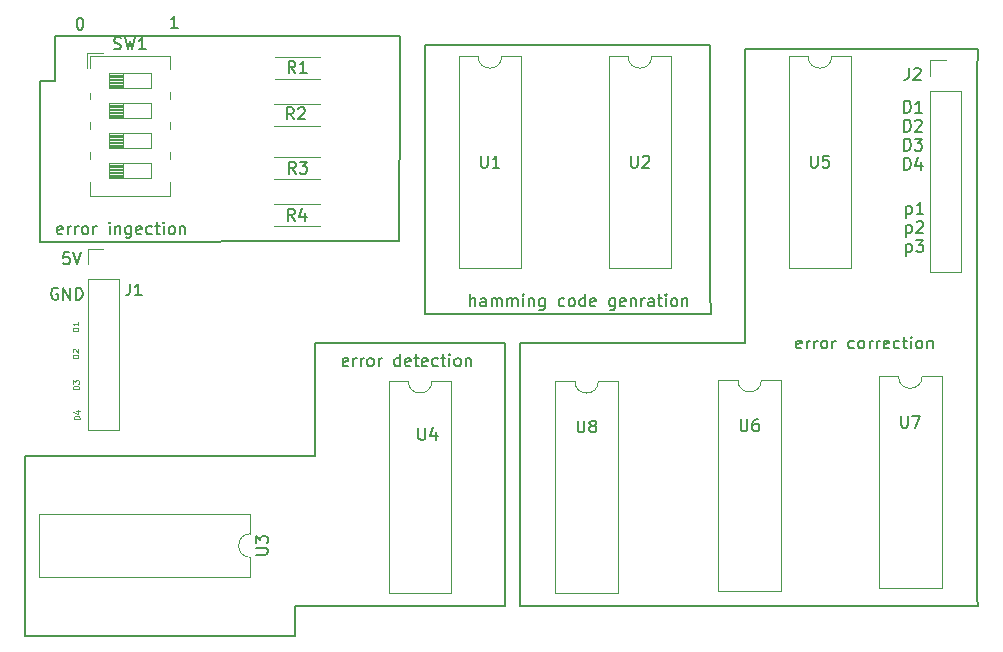
<source format=gbr>
%TF.GenerationSoftware,KiCad,Pcbnew,(6.0.7)*%
%TF.CreationDate,2022-12-18T15:12:13+02:00*%
%TF.ProjectId,hamming code,68616d6d-696e-4672-9063-6f64652e6b69,rev?*%
%TF.SameCoordinates,Original*%
%TF.FileFunction,Legend,Top*%
%TF.FilePolarity,Positive*%
%FSLAX46Y46*%
G04 Gerber Fmt 4.6, Leading zero omitted, Abs format (unit mm)*
G04 Created by KiCad (PCBNEW (6.0.7)) date 2022-12-18 15:12:13*
%MOMM*%
%LPD*%
G01*
G04 APERTURE LIST*
%ADD10C,0.150000*%
%ADD11C,0.100000*%
%ADD12C,0.120000*%
G04 APERTURE END LIST*
D10*
X52476400Y-107289600D02*
X52476400Y-116890800D01*
X50800000Y-132080000D02*
X27940000Y-132080000D01*
X68580000Y-107340000D02*
X52476400Y-107289600D01*
X88900000Y-107340000D02*
X69850000Y-107340000D01*
X108661200Y-82448400D02*
X108585000Y-84455000D01*
X27940000Y-132080000D02*
X27940000Y-119380000D01*
X108585000Y-128905000D02*
X108623100Y-129590800D01*
X30480000Y-81280000D02*
X59690000Y-81280000D01*
X27940000Y-119380000D02*
X27940000Y-116840000D01*
X68580000Y-127025000D02*
X68580000Y-107340000D01*
X61849000Y-102997000D02*
X61850000Y-104875000D01*
X69850000Y-128905000D02*
X69850000Y-129590800D01*
X61849000Y-82042000D02*
X61849000Y-102997000D01*
X107950000Y-82448400D02*
X108661200Y-82448400D01*
X50800000Y-129540000D02*
X50800000Y-132080000D01*
X61850000Y-104875000D02*
X86000000Y-104875000D01*
X29210000Y-85090000D02*
X29210000Y-98755200D01*
X88900000Y-82475000D02*
X88900000Y-107240000D01*
X85979000Y-82042000D02*
X61849000Y-82042000D01*
X30480000Y-85090000D02*
X29210000Y-85090000D01*
X69850000Y-107340000D02*
X69850000Y-127025000D01*
X52476400Y-116890800D02*
X50800000Y-116890800D01*
X85979000Y-102997000D02*
X85979000Y-82042000D01*
X30480000Y-81280000D02*
X30480000Y-85090000D01*
X59690000Y-81280000D02*
X59690000Y-85090000D01*
X68580000Y-127025000D02*
X68580000Y-129540000D01*
X69888100Y-129590800D02*
X108623100Y-129590800D01*
X59690000Y-85090000D02*
X59639200Y-98704400D01*
X69850000Y-127025000D02*
X69850000Y-128905000D01*
X108585000Y-128905000D02*
X108585000Y-84455000D01*
X107950000Y-82448400D02*
X88900000Y-82448400D01*
X68580000Y-129540000D02*
X50800000Y-129540000D01*
X85979000Y-102997000D02*
X86000000Y-104875000D01*
X27940000Y-116890800D02*
X50800000Y-116890800D01*
X59639200Y-98704400D02*
X29260800Y-98755200D01*
X40874914Y-80614780D02*
X40303485Y-80614780D01*
X40589200Y-80614780D02*
X40589200Y-79614780D01*
X40493961Y-79757638D01*
X40398723Y-79852876D01*
X40303485Y-79900495D01*
X93702857Y-107719761D02*
X93607619Y-107767380D01*
X93417142Y-107767380D01*
X93321904Y-107719761D01*
X93274285Y-107624523D01*
X93274285Y-107243571D01*
X93321904Y-107148333D01*
X93417142Y-107100714D01*
X93607619Y-107100714D01*
X93702857Y-107148333D01*
X93750476Y-107243571D01*
X93750476Y-107338809D01*
X93274285Y-107434047D01*
X94179047Y-107767380D02*
X94179047Y-107100714D01*
X94179047Y-107291190D02*
X94226666Y-107195952D01*
X94274285Y-107148333D01*
X94369523Y-107100714D01*
X94464761Y-107100714D01*
X94798095Y-107767380D02*
X94798095Y-107100714D01*
X94798095Y-107291190D02*
X94845714Y-107195952D01*
X94893333Y-107148333D01*
X94988571Y-107100714D01*
X95083809Y-107100714D01*
X95560000Y-107767380D02*
X95464761Y-107719761D01*
X95417142Y-107672142D01*
X95369523Y-107576904D01*
X95369523Y-107291190D01*
X95417142Y-107195952D01*
X95464761Y-107148333D01*
X95560000Y-107100714D01*
X95702857Y-107100714D01*
X95798095Y-107148333D01*
X95845714Y-107195952D01*
X95893333Y-107291190D01*
X95893333Y-107576904D01*
X95845714Y-107672142D01*
X95798095Y-107719761D01*
X95702857Y-107767380D01*
X95560000Y-107767380D01*
X96321904Y-107767380D02*
X96321904Y-107100714D01*
X96321904Y-107291190D02*
X96369523Y-107195952D01*
X96417142Y-107148333D01*
X96512380Y-107100714D01*
X96607619Y-107100714D01*
X98131428Y-107719761D02*
X98036190Y-107767380D01*
X97845714Y-107767380D01*
X97750476Y-107719761D01*
X97702857Y-107672142D01*
X97655238Y-107576904D01*
X97655238Y-107291190D01*
X97702857Y-107195952D01*
X97750476Y-107148333D01*
X97845714Y-107100714D01*
X98036190Y-107100714D01*
X98131428Y-107148333D01*
X98702857Y-107767380D02*
X98607619Y-107719761D01*
X98560000Y-107672142D01*
X98512380Y-107576904D01*
X98512380Y-107291190D01*
X98560000Y-107195952D01*
X98607619Y-107148333D01*
X98702857Y-107100714D01*
X98845714Y-107100714D01*
X98940952Y-107148333D01*
X98988571Y-107195952D01*
X99036190Y-107291190D01*
X99036190Y-107576904D01*
X98988571Y-107672142D01*
X98940952Y-107719761D01*
X98845714Y-107767380D01*
X98702857Y-107767380D01*
X99464761Y-107767380D02*
X99464761Y-107100714D01*
X99464761Y-107291190D02*
X99512380Y-107195952D01*
X99560000Y-107148333D01*
X99655238Y-107100714D01*
X99750476Y-107100714D01*
X100083809Y-107767380D02*
X100083809Y-107100714D01*
X100083809Y-107291190D02*
X100131428Y-107195952D01*
X100179047Y-107148333D01*
X100274285Y-107100714D01*
X100369523Y-107100714D01*
X101083809Y-107719761D02*
X100988571Y-107767380D01*
X100798095Y-107767380D01*
X100702857Y-107719761D01*
X100655238Y-107624523D01*
X100655238Y-107243571D01*
X100702857Y-107148333D01*
X100798095Y-107100714D01*
X100988571Y-107100714D01*
X101083809Y-107148333D01*
X101131428Y-107243571D01*
X101131428Y-107338809D01*
X100655238Y-107434047D01*
X101988571Y-107719761D02*
X101893333Y-107767380D01*
X101702857Y-107767380D01*
X101607619Y-107719761D01*
X101560000Y-107672142D01*
X101512380Y-107576904D01*
X101512380Y-107291190D01*
X101560000Y-107195952D01*
X101607619Y-107148333D01*
X101702857Y-107100714D01*
X101893333Y-107100714D01*
X101988571Y-107148333D01*
X102274285Y-107100714D02*
X102655238Y-107100714D01*
X102417142Y-106767380D02*
X102417142Y-107624523D01*
X102464761Y-107719761D01*
X102560000Y-107767380D01*
X102655238Y-107767380D01*
X102988571Y-107767380D02*
X102988571Y-107100714D01*
X102988571Y-106767380D02*
X102940952Y-106815000D01*
X102988571Y-106862619D01*
X103036190Y-106815000D01*
X102988571Y-106767380D01*
X102988571Y-106862619D01*
X103607619Y-107767380D02*
X103512380Y-107719761D01*
X103464761Y-107672142D01*
X103417142Y-107576904D01*
X103417142Y-107291190D01*
X103464761Y-107195952D01*
X103512380Y-107148333D01*
X103607619Y-107100714D01*
X103750476Y-107100714D01*
X103845714Y-107148333D01*
X103893333Y-107195952D01*
X103940952Y-107291190D01*
X103940952Y-107576904D01*
X103893333Y-107672142D01*
X103845714Y-107719761D01*
X103750476Y-107767380D01*
X103607619Y-107767380D01*
X104369523Y-107100714D02*
X104369523Y-107767380D01*
X104369523Y-107195952D02*
X104417142Y-107148333D01*
X104512380Y-107100714D01*
X104655238Y-107100714D01*
X104750476Y-107148333D01*
X104798095Y-107243571D01*
X104798095Y-107767380D01*
X102585923Y-95711714D02*
X102585923Y-96711714D01*
X102585923Y-95759333D02*
X102681161Y-95711714D01*
X102871638Y-95711714D01*
X102966876Y-95759333D01*
X103014495Y-95806952D01*
X103062114Y-95902190D01*
X103062114Y-96187904D01*
X103014495Y-96283142D01*
X102966876Y-96330761D01*
X102871638Y-96378380D01*
X102681161Y-96378380D01*
X102585923Y-96330761D01*
X104014495Y-96378380D02*
X103443066Y-96378380D01*
X103728780Y-96378380D02*
X103728780Y-95378380D01*
X103633542Y-95521238D01*
X103538304Y-95616476D01*
X103443066Y-95664095D01*
X102585923Y-97321714D02*
X102585923Y-98321714D01*
X102585923Y-97369333D02*
X102681161Y-97321714D01*
X102871638Y-97321714D01*
X102966876Y-97369333D01*
X103014495Y-97416952D01*
X103062114Y-97512190D01*
X103062114Y-97797904D01*
X103014495Y-97893142D01*
X102966876Y-97940761D01*
X102871638Y-97988380D01*
X102681161Y-97988380D01*
X102585923Y-97940761D01*
X103443066Y-97083619D02*
X103490685Y-97036000D01*
X103585923Y-96988380D01*
X103824019Y-96988380D01*
X103919257Y-97036000D01*
X103966876Y-97083619D01*
X104014495Y-97178857D01*
X104014495Y-97274095D01*
X103966876Y-97416952D01*
X103395447Y-97988380D01*
X104014495Y-97988380D01*
X102585923Y-98931714D02*
X102585923Y-99931714D01*
X102585923Y-98979333D02*
X102681161Y-98931714D01*
X102871638Y-98931714D01*
X102966876Y-98979333D01*
X103014495Y-99026952D01*
X103062114Y-99122190D01*
X103062114Y-99407904D01*
X103014495Y-99503142D01*
X102966876Y-99550761D01*
X102871638Y-99598380D01*
X102681161Y-99598380D01*
X102585923Y-99550761D01*
X103395447Y-98598380D02*
X104014495Y-98598380D01*
X103681161Y-98979333D01*
X103824019Y-98979333D01*
X103919257Y-99026952D01*
X103966876Y-99074571D01*
X104014495Y-99169809D01*
X104014495Y-99407904D01*
X103966876Y-99503142D01*
X103919257Y-99550761D01*
X103824019Y-99598380D01*
X103538304Y-99598380D01*
X103443066Y-99550761D01*
X103395447Y-99503142D01*
D11*
X32585790Y-113754647D02*
X32085790Y-113754647D01*
X32085790Y-113635600D01*
X32109600Y-113564171D01*
X32157219Y-113516552D01*
X32204838Y-113492742D01*
X32300076Y-113468933D01*
X32371504Y-113468933D01*
X32466742Y-113492742D01*
X32514361Y-113516552D01*
X32561980Y-113564171D01*
X32585790Y-113635600D01*
X32585790Y-113754647D01*
X32252457Y-113040361D02*
X32585790Y-113040361D01*
X32061980Y-113159409D02*
X32419123Y-113278457D01*
X32419123Y-112968933D01*
D10*
X55275790Y-109218361D02*
X55180552Y-109265980D01*
X54990076Y-109265980D01*
X54894838Y-109218361D01*
X54847219Y-109123123D01*
X54847219Y-108742171D01*
X54894838Y-108646933D01*
X54990076Y-108599314D01*
X55180552Y-108599314D01*
X55275790Y-108646933D01*
X55323409Y-108742171D01*
X55323409Y-108837409D01*
X54847219Y-108932647D01*
X55751980Y-109265980D02*
X55751980Y-108599314D01*
X55751980Y-108789790D02*
X55799600Y-108694552D01*
X55847219Y-108646933D01*
X55942457Y-108599314D01*
X56037695Y-108599314D01*
X56371028Y-109265980D02*
X56371028Y-108599314D01*
X56371028Y-108789790D02*
X56418647Y-108694552D01*
X56466266Y-108646933D01*
X56561504Y-108599314D01*
X56656742Y-108599314D01*
X57132933Y-109265980D02*
X57037695Y-109218361D01*
X56990076Y-109170742D01*
X56942457Y-109075504D01*
X56942457Y-108789790D01*
X56990076Y-108694552D01*
X57037695Y-108646933D01*
X57132933Y-108599314D01*
X57275790Y-108599314D01*
X57371028Y-108646933D01*
X57418647Y-108694552D01*
X57466266Y-108789790D01*
X57466266Y-109075504D01*
X57418647Y-109170742D01*
X57371028Y-109218361D01*
X57275790Y-109265980D01*
X57132933Y-109265980D01*
X57894838Y-109265980D02*
X57894838Y-108599314D01*
X57894838Y-108789790D02*
X57942457Y-108694552D01*
X57990076Y-108646933D01*
X58085314Y-108599314D01*
X58180552Y-108599314D01*
X59704361Y-109265980D02*
X59704361Y-108265980D01*
X59704361Y-109218361D02*
X59609123Y-109265980D01*
X59418647Y-109265980D01*
X59323409Y-109218361D01*
X59275790Y-109170742D01*
X59228171Y-109075504D01*
X59228171Y-108789790D01*
X59275790Y-108694552D01*
X59323409Y-108646933D01*
X59418647Y-108599314D01*
X59609123Y-108599314D01*
X59704361Y-108646933D01*
X60561504Y-109218361D02*
X60466266Y-109265980D01*
X60275790Y-109265980D01*
X60180552Y-109218361D01*
X60132933Y-109123123D01*
X60132933Y-108742171D01*
X60180552Y-108646933D01*
X60275790Y-108599314D01*
X60466266Y-108599314D01*
X60561504Y-108646933D01*
X60609123Y-108742171D01*
X60609123Y-108837409D01*
X60132933Y-108932647D01*
X60894838Y-108599314D02*
X61275790Y-108599314D01*
X61037695Y-108265980D02*
X61037695Y-109123123D01*
X61085314Y-109218361D01*
X61180552Y-109265980D01*
X61275790Y-109265980D01*
X61990076Y-109218361D02*
X61894838Y-109265980D01*
X61704361Y-109265980D01*
X61609123Y-109218361D01*
X61561504Y-109123123D01*
X61561504Y-108742171D01*
X61609123Y-108646933D01*
X61704361Y-108599314D01*
X61894838Y-108599314D01*
X61990076Y-108646933D01*
X62037695Y-108742171D01*
X62037695Y-108837409D01*
X61561504Y-108932647D01*
X62894838Y-109218361D02*
X62799600Y-109265980D01*
X62609123Y-109265980D01*
X62513885Y-109218361D01*
X62466266Y-109170742D01*
X62418647Y-109075504D01*
X62418647Y-108789790D01*
X62466266Y-108694552D01*
X62513885Y-108646933D01*
X62609123Y-108599314D01*
X62799600Y-108599314D01*
X62894838Y-108646933D01*
X63180552Y-108599314D02*
X63561504Y-108599314D01*
X63323409Y-108265980D02*
X63323409Y-109123123D01*
X63371028Y-109218361D01*
X63466266Y-109265980D01*
X63561504Y-109265980D01*
X63894838Y-109265980D02*
X63894838Y-108599314D01*
X63894838Y-108265980D02*
X63847219Y-108313600D01*
X63894838Y-108361219D01*
X63942457Y-108313600D01*
X63894838Y-108265980D01*
X63894838Y-108361219D01*
X64513885Y-109265980D02*
X64418647Y-109218361D01*
X64371028Y-109170742D01*
X64323409Y-109075504D01*
X64323409Y-108789790D01*
X64371028Y-108694552D01*
X64418647Y-108646933D01*
X64513885Y-108599314D01*
X64656742Y-108599314D01*
X64751980Y-108646933D01*
X64799600Y-108694552D01*
X64847219Y-108789790D01*
X64847219Y-109075504D01*
X64799600Y-109170742D01*
X64751980Y-109218361D01*
X64656742Y-109265980D01*
X64513885Y-109265980D01*
X65275790Y-108599314D02*
X65275790Y-109265980D01*
X65275790Y-108694552D02*
X65323409Y-108646933D01*
X65418647Y-108599314D01*
X65561504Y-108599314D01*
X65656742Y-108646933D01*
X65704361Y-108742171D01*
X65704361Y-109265980D01*
X102385904Y-87800980D02*
X102385904Y-86800980D01*
X102624000Y-86800980D01*
X102766857Y-86848600D01*
X102862095Y-86943838D01*
X102909714Y-87039076D01*
X102957333Y-87229552D01*
X102957333Y-87372409D01*
X102909714Y-87562885D01*
X102862095Y-87658123D01*
X102766857Y-87753361D01*
X102624000Y-87800980D01*
X102385904Y-87800980D01*
X103909714Y-87800980D02*
X103338285Y-87800980D01*
X103624000Y-87800980D02*
X103624000Y-86800980D01*
X103528761Y-86943838D01*
X103433523Y-87039076D01*
X103338285Y-87086695D01*
X102385904Y-89410980D02*
X102385904Y-88410980D01*
X102624000Y-88410980D01*
X102766857Y-88458600D01*
X102862095Y-88553838D01*
X102909714Y-88649076D01*
X102957333Y-88839552D01*
X102957333Y-88982409D01*
X102909714Y-89172885D01*
X102862095Y-89268123D01*
X102766857Y-89363361D01*
X102624000Y-89410980D01*
X102385904Y-89410980D01*
X103338285Y-88506219D02*
X103385904Y-88458600D01*
X103481142Y-88410980D01*
X103719238Y-88410980D01*
X103814476Y-88458600D01*
X103862095Y-88506219D01*
X103909714Y-88601457D01*
X103909714Y-88696695D01*
X103862095Y-88839552D01*
X103290666Y-89410980D01*
X103909714Y-89410980D01*
X102385904Y-91020980D02*
X102385904Y-90020980D01*
X102624000Y-90020980D01*
X102766857Y-90068600D01*
X102862095Y-90163838D01*
X102909714Y-90259076D01*
X102957333Y-90449552D01*
X102957333Y-90592409D01*
X102909714Y-90782885D01*
X102862095Y-90878123D01*
X102766857Y-90973361D01*
X102624000Y-91020980D01*
X102385904Y-91020980D01*
X103290666Y-90020980D02*
X103909714Y-90020980D01*
X103576380Y-90401933D01*
X103719238Y-90401933D01*
X103814476Y-90449552D01*
X103862095Y-90497171D01*
X103909714Y-90592409D01*
X103909714Y-90830504D01*
X103862095Y-90925742D01*
X103814476Y-90973361D01*
X103719238Y-91020980D01*
X103433523Y-91020980D01*
X103338285Y-90973361D01*
X103290666Y-90925742D01*
X102385904Y-92630980D02*
X102385904Y-91630980D01*
X102624000Y-91630980D01*
X102766857Y-91678600D01*
X102862095Y-91773838D01*
X102909714Y-91869076D01*
X102957333Y-92059552D01*
X102957333Y-92202409D01*
X102909714Y-92392885D01*
X102862095Y-92488123D01*
X102766857Y-92583361D01*
X102624000Y-92630980D01*
X102385904Y-92630980D01*
X103814476Y-91964314D02*
X103814476Y-92630980D01*
X103576380Y-91583361D02*
X103338285Y-92297647D01*
X103957333Y-92297647D01*
X65659523Y-104202380D02*
X65659523Y-103202380D01*
X66088095Y-104202380D02*
X66088095Y-103678571D01*
X66040476Y-103583333D01*
X65945238Y-103535714D01*
X65802380Y-103535714D01*
X65707142Y-103583333D01*
X65659523Y-103630952D01*
X66992857Y-104202380D02*
X66992857Y-103678571D01*
X66945238Y-103583333D01*
X66849999Y-103535714D01*
X66659523Y-103535714D01*
X66564285Y-103583333D01*
X66992857Y-104154761D02*
X66897619Y-104202380D01*
X66659523Y-104202380D01*
X66564285Y-104154761D01*
X66516666Y-104059523D01*
X66516666Y-103964285D01*
X66564285Y-103869047D01*
X66659523Y-103821428D01*
X66897619Y-103821428D01*
X66992857Y-103773809D01*
X67469047Y-104202380D02*
X67469047Y-103535714D01*
X67469047Y-103630952D02*
X67516666Y-103583333D01*
X67611904Y-103535714D01*
X67754761Y-103535714D01*
X67850000Y-103583333D01*
X67897619Y-103678571D01*
X67897619Y-104202380D01*
X67897619Y-103678571D02*
X67945238Y-103583333D01*
X68040476Y-103535714D01*
X68183333Y-103535714D01*
X68278571Y-103583333D01*
X68326190Y-103678571D01*
X68326190Y-104202380D01*
X68802380Y-104202380D02*
X68802380Y-103535714D01*
X68802380Y-103630952D02*
X68850000Y-103583333D01*
X68945238Y-103535714D01*
X69088095Y-103535714D01*
X69183333Y-103583333D01*
X69230952Y-103678571D01*
X69230952Y-104202380D01*
X69230952Y-103678571D02*
X69278571Y-103583333D01*
X69373809Y-103535714D01*
X69516666Y-103535714D01*
X69611904Y-103583333D01*
X69659523Y-103678571D01*
X69659523Y-104202380D01*
X70135714Y-104202380D02*
X70135714Y-103535714D01*
X70135714Y-103202380D02*
X70088095Y-103250000D01*
X70135714Y-103297619D01*
X70183333Y-103250000D01*
X70135714Y-103202380D01*
X70135714Y-103297619D01*
X70611904Y-103535714D02*
X70611904Y-104202380D01*
X70611904Y-103630952D02*
X70659523Y-103583333D01*
X70754761Y-103535714D01*
X70897619Y-103535714D01*
X70992857Y-103583333D01*
X71040476Y-103678571D01*
X71040476Y-104202380D01*
X71945238Y-103535714D02*
X71945238Y-104345238D01*
X71897619Y-104440476D01*
X71850000Y-104488095D01*
X71754761Y-104535714D01*
X71611904Y-104535714D01*
X71516666Y-104488095D01*
X71945238Y-104154761D02*
X71850000Y-104202380D01*
X71659523Y-104202380D01*
X71564285Y-104154761D01*
X71516666Y-104107142D01*
X71469047Y-104011904D01*
X71469047Y-103726190D01*
X71516666Y-103630952D01*
X71564285Y-103583333D01*
X71659523Y-103535714D01*
X71850000Y-103535714D01*
X71945238Y-103583333D01*
X73611904Y-104154761D02*
X73516666Y-104202380D01*
X73326190Y-104202380D01*
X73230952Y-104154761D01*
X73183333Y-104107142D01*
X73135714Y-104011904D01*
X73135714Y-103726190D01*
X73183333Y-103630952D01*
X73230952Y-103583333D01*
X73326190Y-103535714D01*
X73516666Y-103535714D01*
X73611904Y-103583333D01*
X74183333Y-104202380D02*
X74088095Y-104154761D01*
X74040476Y-104107142D01*
X73992857Y-104011904D01*
X73992857Y-103726190D01*
X74040476Y-103630952D01*
X74088095Y-103583333D01*
X74183333Y-103535714D01*
X74326190Y-103535714D01*
X74421428Y-103583333D01*
X74469047Y-103630952D01*
X74516666Y-103726190D01*
X74516666Y-104011904D01*
X74469047Y-104107142D01*
X74421428Y-104154761D01*
X74326190Y-104202380D01*
X74183333Y-104202380D01*
X75373809Y-104202380D02*
X75373809Y-103202380D01*
X75373809Y-104154761D02*
X75278571Y-104202380D01*
X75088095Y-104202380D01*
X74992857Y-104154761D01*
X74945238Y-104107142D01*
X74897619Y-104011904D01*
X74897619Y-103726190D01*
X74945238Y-103630952D01*
X74992857Y-103583333D01*
X75088095Y-103535714D01*
X75278571Y-103535714D01*
X75373809Y-103583333D01*
X76230952Y-104154761D02*
X76135714Y-104202380D01*
X75945238Y-104202380D01*
X75850000Y-104154761D01*
X75802380Y-104059523D01*
X75802380Y-103678571D01*
X75850000Y-103583333D01*
X75945238Y-103535714D01*
X76135714Y-103535714D01*
X76230952Y-103583333D01*
X76278571Y-103678571D01*
X76278571Y-103773809D01*
X75802380Y-103869047D01*
X77897619Y-103535714D02*
X77897619Y-104345238D01*
X77850000Y-104440476D01*
X77802380Y-104488095D01*
X77707142Y-104535714D01*
X77564285Y-104535714D01*
X77469047Y-104488095D01*
X77897619Y-104154761D02*
X77802380Y-104202380D01*
X77611904Y-104202380D01*
X77516666Y-104154761D01*
X77469047Y-104107142D01*
X77421428Y-104011904D01*
X77421428Y-103726190D01*
X77469047Y-103630952D01*
X77516666Y-103583333D01*
X77611904Y-103535714D01*
X77802380Y-103535714D01*
X77897619Y-103583333D01*
X78754761Y-104154761D02*
X78659523Y-104202380D01*
X78469047Y-104202380D01*
X78373809Y-104154761D01*
X78326190Y-104059523D01*
X78326190Y-103678571D01*
X78373809Y-103583333D01*
X78469047Y-103535714D01*
X78659523Y-103535714D01*
X78754761Y-103583333D01*
X78802380Y-103678571D01*
X78802380Y-103773809D01*
X78326190Y-103869047D01*
X79230952Y-103535714D02*
X79230952Y-104202380D01*
X79230952Y-103630952D02*
X79278571Y-103583333D01*
X79373809Y-103535714D01*
X79516666Y-103535714D01*
X79611904Y-103583333D01*
X79659523Y-103678571D01*
X79659523Y-104202380D01*
X80135714Y-104202380D02*
X80135714Y-103535714D01*
X80135714Y-103726190D02*
X80183333Y-103630952D01*
X80230952Y-103583333D01*
X80326190Y-103535714D01*
X80421428Y-103535714D01*
X81183333Y-104202380D02*
X81183333Y-103678571D01*
X81135714Y-103583333D01*
X81040476Y-103535714D01*
X80850000Y-103535714D01*
X80754761Y-103583333D01*
X81183333Y-104154761D02*
X81088095Y-104202380D01*
X80850000Y-104202380D01*
X80754761Y-104154761D01*
X80707142Y-104059523D01*
X80707142Y-103964285D01*
X80754761Y-103869047D01*
X80850000Y-103821428D01*
X81088095Y-103821428D01*
X81183333Y-103773809D01*
X81516666Y-103535714D02*
X81897619Y-103535714D01*
X81659523Y-103202380D02*
X81659523Y-104059523D01*
X81707142Y-104154761D01*
X81802380Y-104202380D01*
X81897619Y-104202380D01*
X82230952Y-104202380D02*
X82230952Y-103535714D01*
X82230952Y-103202380D02*
X82183333Y-103250000D01*
X82230952Y-103297619D01*
X82278571Y-103250000D01*
X82230952Y-103202380D01*
X82230952Y-103297619D01*
X82850000Y-104202380D02*
X82754761Y-104154761D01*
X82707142Y-104107142D01*
X82659523Y-104011904D01*
X82659523Y-103726190D01*
X82707142Y-103630952D01*
X82754761Y-103583333D01*
X82850000Y-103535714D01*
X82992857Y-103535714D01*
X83088095Y-103583333D01*
X83135714Y-103630952D01*
X83183333Y-103726190D01*
X83183333Y-104011904D01*
X83135714Y-104107142D01*
X83088095Y-104154761D01*
X82992857Y-104202380D01*
X82850000Y-104202380D01*
X83611904Y-103535714D02*
X83611904Y-104202380D01*
X83611904Y-103630952D02*
X83659523Y-103583333D01*
X83754761Y-103535714D01*
X83897619Y-103535714D01*
X83992857Y-103583333D01*
X84040476Y-103678571D01*
X84040476Y-104202380D01*
X32565980Y-79767180D02*
X32661219Y-79767180D01*
X32756457Y-79814800D01*
X32804076Y-79862419D01*
X32851695Y-79957657D01*
X32899314Y-80148133D01*
X32899314Y-80386228D01*
X32851695Y-80576704D01*
X32804076Y-80671942D01*
X32756457Y-80719561D01*
X32661219Y-80767180D01*
X32565980Y-80767180D01*
X32470742Y-80719561D01*
X32423123Y-80671942D01*
X32375504Y-80576704D01*
X32327885Y-80386228D01*
X32327885Y-80148133D01*
X32375504Y-79957657D01*
X32423123Y-79862419D01*
X32470742Y-79814800D01*
X32565980Y-79767180D01*
D11*
X32484190Y-108573047D02*
X31984190Y-108573047D01*
X31984190Y-108454000D01*
X32008000Y-108382571D01*
X32055619Y-108334952D01*
X32103238Y-108311142D01*
X32198476Y-108287333D01*
X32269904Y-108287333D01*
X32365142Y-108311142D01*
X32412761Y-108334952D01*
X32460380Y-108382571D01*
X32484190Y-108454000D01*
X32484190Y-108573047D01*
X32031809Y-108096857D02*
X32008000Y-108073047D01*
X31984190Y-108025428D01*
X31984190Y-107906380D01*
X32008000Y-107858761D01*
X32031809Y-107834952D01*
X32079428Y-107811142D01*
X32127047Y-107811142D01*
X32198476Y-107834952D01*
X32484190Y-108120666D01*
X32484190Y-107811142D01*
X32534990Y-111214647D02*
X32034990Y-111214647D01*
X32034990Y-111095600D01*
X32058800Y-111024171D01*
X32106419Y-110976552D01*
X32154038Y-110952742D01*
X32249276Y-110928933D01*
X32320704Y-110928933D01*
X32415942Y-110952742D01*
X32463561Y-110976552D01*
X32511180Y-111024171D01*
X32534990Y-111095600D01*
X32534990Y-111214647D01*
X32034990Y-110762266D02*
X32034990Y-110452742D01*
X32225466Y-110619409D01*
X32225466Y-110547980D01*
X32249276Y-110500361D01*
X32273085Y-110476552D01*
X32320704Y-110452742D01*
X32439752Y-110452742D01*
X32487371Y-110476552D01*
X32511180Y-110500361D01*
X32534990Y-110547980D01*
X32534990Y-110690838D01*
X32511180Y-110738457D01*
X32487371Y-110762266D01*
D10*
X31118800Y-98042361D02*
X31023561Y-98089980D01*
X30833085Y-98089980D01*
X30737847Y-98042361D01*
X30690228Y-97947123D01*
X30690228Y-97566171D01*
X30737847Y-97470933D01*
X30833085Y-97423314D01*
X31023561Y-97423314D01*
X31118800Y-97470933D01*
X31166419Y-97566171D01*
X31166419Y-97661409D01*
X30690228Y-97756647D01*
X31594990Y-98089980D02*
X31594990Y-97423314D01*
X31594990Y-97613790D02*
X31642609Y-97518552D01*
X31690228Y-97470933D01*
X31785466Y-97423314D01*
X31880704Y-97423314D01*
X32214038Y-98089980D02*
X32214038Y-97423314D01*
X32214038Y-97613790D02*
X32261657Y-97518552D01*
X32309276Y-97470933D01*
X32404514Y-97423314D01*
X32499752Y-97423314D01*
X32975942Y-98089980D02*
X32880704Y-98042361D01*
X32833085Y-97994742D01*
X32785466Y-97899504D01*
X32785466Y-97613790D01*
X32833085Y-97518552D01*
X32880704Y-97470933D01*
X32975942Y-97423314D01*
X33118800Y-97423314D01*
X33214038Y-97470933D01*
X33261657Y-97518552D01*
X33309276Y-97613790D01*
X33309276Y-97899504D01*
X33261657Y-97994742D01*
X33214038Y-98042361D01*
X33118800Y-98089980D01*
X32975942Y-98089980D01*
X33737847Y-98089980D02*
X33737847Y-97423314D01*
X33737847Y-97613790D02*
X33785466Y-97518552D01*
X33833085Y-97470933D01*
X33928323Y-97423314D01*
X34023561Y-97423314D01*
X35118800Y-98089980D02*
X35118800Y-97423314D01*
X35118800Y-97089980D02*
X35071180Y-97137600D01*
X35118800Y-97185219D01*
X35166419Y-97137600D01*
X35118800Y-97089980D01*
X35118800Y-97185219D01*
X35594990Y-97423314D02*
X35594990Y-98089980D01*
X35594990Y-97518552D02*
X35642609Y-97470933D01*
X35737847Y-97423314D01*
X35880704Y-97423314D01*
X35975942Y-97470933D01*
X36023561Y-97566171D01*
X36023561Y-98089980D01*
X36928323Y-97423314D02*
X36928323Y-98232838D01*
X36880704Y-98328076D01*
X36833085Y-98375695D01*
X36737847Y-98423314D01*
X36594990Y-98423314D01*
X36499752Y-98375695D01*
X36928323Y-98042361D02*
X36833085Y-98089980D01*
X36642609Y-98089980D01*
X36547371Y-98042361D01*
X36499752Y-97994742D01*
X36452133Y-97899504D01*
X36452133Y-97613790D01*
X36499752Y-97518552D01*
X36547371Y-97470933D01*
X36642609Y-97423314D01*
X36833085Y-97423314D01*
X36928323Y-97470933D01*
X37785466Y-98042361D02*
X37690228Y-98089980D01*
X37499752Y-98089980D01*
X37404514Y-98042361D01*
X37356895Y-97947123D01*
X37356895Y-97566171D01*
X37404514Y-97470933D01*
X37499752Y-97423314D01*
X37690228Y-97423314D01*
X37785466Y-97470933D01*
X37833085Y-97566171D01*
X37833085Y-97661409D01*
X37356895Y-97756647D01*
X38690228Y-98042361D02*
X38594990Y-98089980D01*
X38404514Y-98089980D01*
X38309276Y-98042361D01*
X38261657Y-97994742D01*
X38214038Y-97899504D01*
X38214038Y-97613790D01*
X38261657Y-97518552D01*
X38309276Y-97470933D01*
X38404514Y-97423314D01*
X38594990Y-97423314D01*
X38690228Y-97470933D01*
X38975942Y-97423314D02*
X39356895Y-97423314D01*
X39118800Y-97089980D02*
X39118800Y-97947123D01*
X39166419Y-98042361D01*
X39261657Y-98089980D01*
X39356895Y-98089980D01*
X39690228Y-98089980D02*
X39690228Y-97423314D01*
X39690228Y-97089980D02*
X39642609Y-97137600D01*
X39690228Y-97185219D01*
X39737847Y-97137600D01*
X39690228Y-97089980D01*
X39690228Y-97185219D01*
X40309276Y-98089980D02*
X40214038Y-98042361D01*
X40166419Y-97994742D01*
X40118800Y-97899504D01*
X40118800Y-97613790D01*
X40166419Y-97518552D01*
X40214038Y-97470933D01*
X40309276Y-97423314D01*
X40452133Y-97423314D01*
X40547371Y-97470933D01*
X40594990Y-97518552D01*
X40642609Y-97613790D01*
X40642609Y-97899504D01*
X40594990Y-97994742D01*
X40547371Y-98042361D01*
X40452133Y-98089980D01*
X40309276Y-98089980D01*
X41071180Y-97423314D02*
X41071180Y-98089980D01*
X41071180Y-97518552D02*
X41118800Y-97470933D01*
X41214038Y-97423314D01*
X41356895Y-97423314D01*
X41452133Y-97470933D01*
X41499752Y-97566171D01*
X41499752Y-98089980D01*
D11*
X32484190Y-106287047D02*
X31984190Y-106287047D01*
X31984190Y-106168000D01*
X32008000Y-106096571D01*
X32055619Y-106048952D01*
X32103238Y-106025142D01*
X32198476Y-106001333D01*
X32269904Y-106001333D01*
X32365142Y-106025142D01*
X32412761Y-106048952D01*
X32460380Y-106096571D01*
X32484190Y-106168000D01*
X32484190Y-106287047D01*
X32484190Y-105525142D02*
X32484190Y-105810857D01*
X32484190Y-105668000D02*
X31984190Y-105668000D01*
X32055619Y-105715619D01*
X32103238Y-105763238D01*
X32127047Y-105810857D01*
D10*
X30734095Y-102674800D02*
X30638857Y-102627180D01*
X30496000Y-102627180D01*
X30353142Y-102674800D01*
X30257904Y-102770038D01*
X30210285Y-102865276D01*
X30162666Y-103055752D01*
X30162666Y-103198609D01*
X30210285Y-103389085D01*
X30257904Y-103484323D01*
X30353142Y-103579561D01*
X30496000Y-103627180D01*
X30591238Y-103627180D01*
X30734095Y-103579561D01*
X30781714Y-103531942D01*
X30781714Y-103198609D01*
X30591238Y-103198609D01*
X31210285Y-103627180D02*
X31210285Y-102627180D01*
X31781714Y-103627180D01*
X31781714Y-102627180D01*
X32257904Y-103627180D02*
X32257904Y-102627180D01*
X32496000Y-102627180D01*
X32638857Y-102674800D01*
X32734095Y-102770038D01*
X32781714Y-102865276D01*
X32829333Y-103055752D01*
X32829333Y-103198609D01*
X32781714Y-103389085D01*
X32734095Y-103484323D01*
X32638857Y-103579561D01*
X32496000Y-103627180D01*
X32257904Y-103627180D01*
X31711923Y-99629980D02*
X31235733Y-99629980D01*
X31188114Y-100106171D01*
X31235733Y-100058552D01*
X31330971Y-100010933D01*
X31569066Y-100010933D01*
X31664304Y-100058552D01*
X31711923Y-100106171D01*
X31759542Y-100201409D01*
X31759542Y-100439504D01*
X31711923Y-100534742D01*
X31664304Y-100582361D01*
X31569066Y-100629980D01*
X31330971Y-100629980D01*
X31235733Y-100582361D01*
X31188114Y-100534742D01*
X32045257Y-99629980D02*
X32378590Y-100629980D01*
X32711923Y-99629980D01*
%TO.C,U8*%
X74748095Y-113872380D02*
X74748095Y-114681904D01*
X74795714Y-114777142D01*
X74843333Y-114824761D01*
X74938571Y-114872380D01*
X75129047Y-114872380D01*
X75224285Y-114824761D01*
X75271904Y-114777142D01*
X75319523Y-114681904D01*
X75319523Y-113872380D01*
X75938571Y-114300952D02*
X75843333Y-114253333D01*
X75795714Y-114205714D01*
X75748095Y-114110476D01*
X75748095Y-114062857D01*
X75795714Y-113967619D01*
X75843333Y-113920000D01*
X75938571Y-113872380D01*
X76129047Y-113872380D01*
X76224285Y-113920000D01*
X76271904Y-113967619D01*
X76319523Y-114062857D01*
X76319523Y-114110476D01*
X76271904Y-114205714D01*
X76224285Y-114253333D01*
X76129047Y-114300952D01*
X75938571Y-114300952D01*
X75843333Y-114348571D01*
X75795714Y-114396190D01*
X75748095Y-114491428D01*
X75748095Y-114681904D01*
X75795714Y-114777142D01*
X75843333Y-114824761D01*
X75938571Y-114872380D01*
X76129047Y-114872380D01*
X76224285Y-114824761D01*
X76271904Y-114777142D01*
X76319523Y-114681904D01*
X76319523Y-114491428D01*
X76271904Y-114396190D01*
X76224285Y-114348571D01*
X76129047Y-114300952D01*
%TO.C,J2*%
X102790666Y-84034380D02*
X102790666Y-84748666D01*
X102743047Y-84891523D01*
X102647809Y-84986761D01*
X102504952Y-85034380D01*
X102409714Y-85034380D01*
X103219238Y-84129619D02*
X103266857Y-84082000D01*
X103362095Y-84034380D01*
X103600190Y-84034380D01*
X103695428Y-84082000D01*
X103743047Y-84129619D01*
X103790666Y-84224857D01*
X103790666Y-84320095D01*
X103743047Y-84462952D01*
X103171619Y-85034380D01*
X103790666Y-85034380D01*
%TO.C,U5*%
X94488095Y-91452380D02*
X94488095Y-92261904D01*
X94535714Y-92357142D01*
X94583333Y-92404761D01*
X94678571Y-92452380D01*
X94869047Y-92452380D01*
X94964285Y-92404761D01*
X95011904Y-92357142D01*
X95059523Y-92261904D01*
X95059523Y-91452380D01*
X96011904Y-91452380D02*
X95535714Y-91452380D01*
X95488095Y-91928571D01*
X95535714Y-91880952D01*
X95630952Y-91833333D01*
X95869047Y-91833333D01*
X95964285Y-91880952D01*
X96011904Y-91928571D01*
X96059523Y-92023809D01*
X96059523Y-92261904D01*
X96011904Y-92357142D01*
X95964285Y-92404761D01*
X95869047Y-92452380D01*
X95630952Y-92452380D01*
X95535714Y-92404761D01*
X95488095Y-92357142D01*
%TO.C,R1*%
X50843333Y-84432380D02*
X50510000Y-83956190D01*
X50271904Y-84432380D02*
X50271904Y-83432380D01*
X50652857Y-83432380D01*
X50748095Y-83480000D01*
X50795714Y-83527619D01*
X50843333Y-83622857D01*
X50843333Y-83765714D01*
X50795714Y-83860952D01*
X50748095Y-83908571D01*
X50652857Y-83956190D01*
X50271904Y-83956190D01*
X51795714Y-84432380D02*
X51224285Y-84432380D01*
X51510000Y-84432380D02*
X51510000Y-83432380D01*
X51414761Y-83575238D01*
X51319523Y-83670476D01*
X51224285Y-83718095D01*
%TO.C,U4*%
X61273095Y-114507380D02*
X61273095Y-115316904D01*
X61320714Y-115412142D01*
X61368333Y-115459761D01*
X61463571Y-115507380D01*
X61654047Y-115507380D01*
X61749285Y-115459761D01*
X61796904Y-115412142D01*
X61844523Y-115316904D01*
X61844523Y-114507380D01*
X62749285Y-114840714D02*
X62749285Y-115507380D01*
X62511190Y-114459761D02*
X62273095Y-115174047D01*
X62892142Y-115174047D01*
%TO.C,U2*%
X79258095Y-91452380D02*
X79258095Y-92261904D01*
X79305714Y-92357142D01*
X79353333Y-92404761D01*
X79448571Y-92452380D01*
X79639047Y-92452380D01*
X79734285Y-92404761D01*
X79781904Y-92357142D01*
X79829523Y-92261904D01*
X79829523Y-91452380D01*
X80258095Y-91547619D02*
X80305714Y-91500000D01*
X80400952Y-91452380D01*
X80639047Y-91452380D01*
X80734285Y-91500000D01*
X80781904Y-91547619D01*
X80829523Y-91642857D01*
X80829523Y-91738095D01*
X80781904Y-91880952D01*
X80210476Y-92452380D01*
X80829523Y-92452380D01*
%TO.C,SW1*%
X35506666Y-82394761D02*
X35649523Y-82442380D01*
X35887619Y-82442380D01*
X35982857Y-82394761D01*
X36030476Y-82347142D01*
X36078095Y-82251904D01*
X36078095Y-82156666D01*
X36030476Y-82061428D01*
X35982857Y-82013809D01*
X35887619Y-81966190D01*
X35697142Y-81918571D01*
X35601904Y-81870952D01*
X35554285Y-81823333D01*
X35506666Y-81728095D01*
X35506666Y-81632857D01*
X35554285Y-81537619D01*
X35601904Y-81490000D01*
X35697142Y-81442380D01*
X35935238Y-81442380D01*
X36078095Y-81490000D01*
X36411428Y-81442380D02*
X36649523Y-82442380D01*
X36840000Y-81728095D01*
X37030476Y-82442380D01*
X37268571Y-81442380D01*
X38173333Y-82442380D02*
X37601904Y-82442380D01*
X37887619Y-82442380D02*
X37887619Y-81442380D01*
X37792380Y-81585238D01*
X37697142Y-81680476D01*
X37601904Y-81728095D01*
%TO.C,U6*%
X88548095Y-113772380D02*
X88548095Y-114581904D01*
X88595714Y-114677142D01*
X88643333Y-114724761D01*
X88738571Y-114772380D01*
X88929047Y-114772380D01*
X89024285Y-114724761D01*
X89071904Y-114677142D01*
X89119523Y-114581904D01*
X89119523Y-113772380D01*
X90024285Y-113772380D02*
X89833809Y-113772380D01*
X89738571Y-113820000D01*
X89690952Y-113867619D01*
X89595714Y-114010476D01*
X89548095Y-114200952D01*
X89548095Y-114581904D01*
X89595714Y-114677142D01*
X89643333Y-114724761D01*
X89738571Y-114772380D01*
X89929047Y-114772380D01*
X90024285Y-114724761D01*
X90071904Y-114677142D01*
X90119523Y-114581904D01*
X90119523Y-114343809D01*
X90071904Y-114248571D01*
X90024285Y-114200952D01*
X89929047Y-114153333D01*
X89738571Y-114153333D01*
X89643333Y-114200952D01*
X89595714Y-114248571D01*
X89548095Y-114343809D01*
%TO.C,U3*%
X47502380Y-125221904D02*
X48311904Y-125221904D01*
X48407142Y-125174285D01*
X48454761Y-125126666D01*
X48502380Y-125031428D01*
X48502380Y-124840952D01*
X48454761Y-124745714D01*
X48407142Y-124698095D01*
X48311904Y-124650476D01*
X47502380Y-124650476D01*
X47502380Y-124269523D02*
X47502380Y-123650476D01*
X47883333Y-123983809D01*
X47883333Y-123840952D01*
X47930952Y-123745714D01*
X47978571Y-123698095D01*
X48073809Y-123650476D01*
X48311904Y-123650476D01*
X48407142Y-123698095D01*
X48454761Y-123745714D01*
X48502380Y-123840952D01*
X48502380Y-124126666D01*
X48454761Y-124221904D01*
X48407142Y-124269523D01*
%TO.C,J1*%
X36852266Y-102271580D02*
X36852266Y-102985866D01*
X36804647Y-103128723D01*
X36709409Y-103223961D01*
X36566552Y-103271580D01*
X36471314Y-103271580D01*
X37852266Y-103271580D02*
X37280838Y-103271580D01*
X37566552Y-103271580D02*
X37566552Y-102271580D01*
X37471314Y-102414438D01*
X37376076Y-102509676D01*
X37280838Y-102557295D01*
%TO.C,R4*%
X50793333Y-96952380D02*
X50460000Y-96476190D01*
X50221904Y-96952380D02*
X50221904Y-95952380D01*
X50602857Y-95952380D01*
X50698095Y-96000000D01*
X50745714Y-96047619D01*
X50793333Y-96142857D01*
X50793333Y-96285714D01*
X50745714Y-96380952D01*
X50698095Y-96428571D01*
X50602857Y-96476190D01*
X50221904Y-96476190D01*
X51650476Y-96285714D02*
X51650476Y-96952380D01*
X51412380Y-95904761D02*
X51174285Y-96619047D01*
X51793333Y-96619047D01*
%TO.C,U7*%
X102148095Y-113472380D02*
X102148095Y-114281904D01*
X102195714Y-114377142D01*
X102243333Y-114424761D01*
X102338571Y-114472380D01*
X102529047Y-114472380D01*
X102624285Y-114424761D01*
X102671904Y-114377142D01*
X102719523Y-114281904D01*
X102719523Y-113472380D01*
X103100476Y-113472380D02*
X103767142Y-113472380D01*
X103338571Y-114472380D01*
%TO.C,U1*%
X66558095Y-91452380D02*
X66558095Y-92261904D01*
X66605714Y-92357142D01*
X66653333Y-92404761D01*
X66748571Y-92452380D01*
X66939047Y-92452380D01*
X67034285Y-92404761D01*
X67081904Y-92357142D01*
X67129523Y-92261904D01*
X67129523Y-91452380D01*
X68129523Y-92452380D02*
X67558095Y-92452380D01*
X67843809Y-92452380D02*
X67843809Y-91452380D01*
X67748571Y-91595238D01*
X67653333Y-91690476D01*
X67558095Y-91738095D01*
%TO.C,R3*%
X50887333Y-92959180D02*
X50554000Y-92482990D01*
X50315904Y-92959180D02*
X50315904Y-91959180D01*
X50696857Y-91959180D01*
X50792095Y-92006800D01*
X50839714Y-92054419D01*
X50887333Y-92149657D01*
X50887333Y-92292514D01*
X50839714Y-92387752D01*
X50792095Y-92435371D01*
X50696857Y-92482990D01*
X50315904Y-92482990D01*
X51220666Y-91959180D02*
X51839714Y-91959180D01*
X51506380Y-92340133D01*
X51649238Y-92340133D01*
X51744476Y-92387752D01*
X51792095Y-92435371D01*
X51839714Y-92530609D01*
X51839714Y-92768704D01*
X51792095Y-92863942D01*
X51744476Y-92911561D01*
X51649238Y-92959180D01*
X51363523Y-92959180D01*
X51268285Y-92911561D01*
X51220666Y-92863942D01*
%TO.C,R2*%
X50708333Y-88369380D02*
X50375000Y-87893190D01*
X50136904Y-88369380D02*
X50136904Y-87369380D01*
X50517857Y-87369380D01*
X50613095Y-87417000D01*
X50660714Y-87464619D01*
X50708333Y-87559857D01*
X50708333Y-87702714D01*
X50660714Y-87797952D01*
X50613095Y-87845571D01*
X50517857Y-87893190D01*
X50136904Y-87893190D01*
X51089285Y-87464619D02*
X51136904Y-87417000D01*
X51232142Y-87369380D01*
X51470238Y-87369380D01*
X51565476Y-87417000D01*
X51613095Y-87464619D01*
X51660714Y-87559857D01*
X51660714Y-87655095D01*
X51613095Y-87797952D01*
X51041666Y-88369380D01*
X51660714Y-88369380D01*
D12*
%TO.C,U8*%
X72860000Y-110545000D02*
X72860000Y-128445000D01*
X72860000Y-128445000D02*
X78160000Y-128445000D01*
X78160000Y-128445000D02*
X78160000Y-110545000D01*
X74510000Y-110545000D02*
X72860000Y-110545000D01*
X78160000Y-110545000D02*
X76510000Y-110545000D01*
X74510000Y-110545000D02*
G75*
G03*
X76510000Y-110545000I1000000J0D01*
G01*
%TO.C,J2*%
X104570000Y-85970000D02*
X107230000Y-85970000D01*
X104570000Y-84700000D02*
X104570000Y-83370000D01*
X107230000Y-85970000D02*
X107230000Y-101270000D01*
X104570000Y-83370000D02*
X105900000Y-83370000D01*
X104570000Y-101270000D02*
X107230000Y-101270000D01*
X104570000Y-85970000D02*
X104570000Y-101270000D01*
%TO.C,U5*%
X92610000Y-100945000D02*
X97910000Y-100945000D01*
X92610000Y-83045000D02*
X92610000Y-100945000D01*
X94260000Y-83045000D02*
X92610000Y-83045000D01*
X97910000Y-100945000D02*
X97910000Y-83045000D01*
X97910000Y-83045000D02*
X96260000Y-83045000D01*
X94260000Y-83045000D02*
G75*
G03*
X96260000Y-83045000I1000000J0D01*
G01*
%TO.C,R1*%
X49090000Y-83080000D02*
X52930000Y-83080000D01*
X49090000Y-84920000D02*
X52930000Y-84920000D01*
%TO.C,U4*%
X64060000Y-110545000D02*
X62410000Y-110545000D01*
X58760000Y-128445000D02*
X64060000Y-128445000D01*
X60410000Y-110545000D02*
X58760000Y-110545000D01*
X58760000Y-110545000D02*
X58760000Y-128445000D01*
X64060000Y-128445000D02*
X64060000Y-110545000D01*
X60410000Y-110545000D02*
G75*
G03*
X62410000Y-110545000I1000000J0D01*
G01*
%TO.C,U2*%
X77370000Y-83045000D02*
X77370000Y-100945000D01*
X77370000Y-100945000D02*
X82670000Y-100945000D01*
X82670000Y-100945000D02*
X82670000Y-83045000D01*
X82670000Y-83045000D02*
X81020000Y-83045000D01*
X79020000Y-83045000D02*
X77370000Y-83045000D01*
X79020000Y-83045000D02*
G75*
G03*
X81020000Y-83045000I1000000J0D01*
G01*
%TO.C,SW1*%
X35030000Y-89545000D02*
X35030000Y-90815000D01*
X35030000Y-85185000D02*
X36236667Y-85185000D01*
X35030000Y-89665000D02*
X36236667Y-89665000D01*
X35030000Y-87245000D02*
X36236667Y-87245000D01*
X36236667Y-84465000D02*
X36236667Y-85735000D01*
X35030000Y-93165000D02*
X36236667Y-93165000D01*
X35030000Y-92685000D02*
X36236667Y-92685000D01*
X38650000Y-90815000D02*
X38650000Y-89545000D01*
X35030000Y-87725000D02*
X36236667Y-87725000D01*
X38650000Y-84465000D02*
X35030000Y-84465000D01*
X35030000Y-84705000D02*
X36236667Y-84705000D01*
X35030000Y-90815000D02*
X38650000Y-90815000D01*
X36236667Y-92085000D02*
X36236667Y-93355000D01*
X35030000Y-90625000D02*
X36236667Y-90625000D01*
X33430000Y-94830000D02*
X40251000Y-94830000D01*
X36236667Y-87005000D02*
X36236667Y-88275000D01*
X35030000Y-92565000D02*
X36236667Y-92565000D01*
X35030000Y-85665000D02*
X36236667Y-85665000D01*
X35030000Y-92445000D02*
X36236667Y-92445000D01*
X35030000Y-90145000D02*
X36236667Y-90145000D01*
X35030000Y-87605000D02*
X36236667Y-87605000D01*
X38650000Y-88275000D02*
X38650000Y-87005000D01*
X33190000Y-82750000D02*
X34573000Y-82750000D01*
X35030000Y-90505000D02*
X36236667Y-90505000D01*
X35030000Y-92085000D02*
X35030000Y-93355000D01*
X35030000Y-85305000D02*
X36236667Y-85305000D01*
X35030000Y-87125000D02*
X36236667Y-87125000D01*
X35030000Y-85065000D02*
X36236667Y-85065000D01*
X33430000Y-86140000D02*
X33430000Y-86651000D01*
X38650000Y-85735000D02*
X38650000Y-84465000D01*
X35030000Y-89785000D02*
X36236667Y-89785000D01*
X33430000Y-82990000D02*
X33430000Y-84060000D01*
X33430000Y-82990000D02*
X40251000Y-82990000D01*
X35030000Y-84465000D02*
X35030000Y-85735000D01*
X38650000Y-89545000D02*
X35030000Y-89545000D01*
X35030000Y-92805000D02*
X36236667Y-92805000D01*
X35030000Y-89905000D02*
X36236667Y-89905000D01*
X33190000Y-82750000D02*
X33190000Y-84060000D01*
X35030000Y-93045000D02*
X36236667Y-93045000D01*
X40251000Y-86090000D02*
X40251000Y-86651000D01*
X35030000Y-87845000D02*
X36236667Y-87845000D01*
X33430000Y-93710000D02*
X33430000Y-94830000D01*
X35030000Y-92925000D02*
X36236667Y-92925000D01*
X35030000Y-87005000D02*
X35030000Y-88275000D01*
X35030000Y-93355000D02*
X38650000Y-93355000D01*
X35030000Y-90745000D02*
X36236667Y-90745000D01*
X35030000Y-85545000D02*
X36236667Y-85545000D01*
X38650000Y-87005000D02*
X35030000Y-87005000D01*
X33430000Y-91170000D02*
X33430000Y-91731000D01*
X35030000Y-92205000D02*
X36236667Y-92205000D01*
X35030000Y-84945000D02*
X36236667Y-84945000D01*
X35030000Y-90025000D02*
X36236667Y-90025000D01*
X35030000Y-88205000D02*
X36236667Y-88205000D01*
X33430000Y-88630000D02*
X33430000Y-89191000D01*
X35030000Y-90385000D02*
X36236667Y-90385000D01*
X36236667Y-89545000D02*
X36236667Y-90815000D01*
X38650000Y-92085000D02*
X35030000Y-92085000D01*
X35030000Y-90265000D02*
X36236667Y-90265000D01*
X35030000Y-87485000D02*
X36236667Y-87485000D01*
X35030000Y-85735000D02*
X38650000Y-85735000D01*
X35030000Y-93285000D02*
X36236667Y-93285000D01*
X35030000Y-87365000D02*
X36236667Y-87365000D01*
X40251000Y-91170000D02*
X40251000Y-91731000D01*
X35030000Y-88275000D02*
X38650000Y-88275000D01*
X35030000Y-84585000D02*
X36236667Y-84585000D01*
X40251000Y-88630000D02*
X40251000Y-89191000D01*
X40251000Y-93710000D02*
X40251000Y-94830000D01*
X35030000Y-88085000D02*
X36236667Y-88085000D01*
X35030000Y-92325000D02*
X36236667Y-92325000D01*
X35030000Y-85425000D02*
X36236667Y-85425000D01*
X35030000Y-87965000D02*
X36236667Y-87965000D01*
X35030000Y-84825000D02*
X36236667Y-84825000D01*
X38650000Y-93355000D02*
X38650000Y-92085000D01*
X40251000Y-82990000D02*
X40251000Y-84110000D01*
%TO.C,U6*%
X86660000Y-110445000D02*
X86660000Y-128345000D01*
X86660000Y-128345000D02*
X91960000Y-128345000D01*
X91960000Y-110445000D02*
X90310000Y-110445000D01*
X91960000Y-128345000D02*
X91960000Y-110445000D01*
X88310000Y-110445000D02*
X86660000Y-110445000D01*
X88310000Y-110445000D02*
G75*
G03*
X90310000Y-110445000I1000000J0D01*
G01*
%TO.C,U3*%
X29150000Y-121810000D02*
X29150000Y-127110000D01*
X47050000Y-127110000D02*
X47050000Y-125460000D01*
X47050000Y-121810000D02*
X29150000Y-121810000D01*
X47050000Y-123460000D02*
X47050000Y-121810000D01*
X29150000Y-127110000D02*
X47050000Y-127110000D01*
X47050000Y-123460000D02*
G75*
G03*
X47050000Y-125460000I0J-1000000D01*
G01*
%TO.C,J1*%
X33270000Y-99320000D02*
X34600000Y-99320000D01*
X33270000Y-114680000D02*
X35930000Y-114680000D01*
X33270000Y-100650000D02*
X33270000Y-99320000D01*
X35930000Y-101920000D02*
X35930000Y-114680000D01*
X33270000Y-101920000D02*
X33270000Y-114680000D01*
X33270000Y-101920000D02*
X35930000Y-101920000D01*
%TO.C,R4*%
X49080000Y-97420000D02*
X52920000Y-97420000D01*
X49080000Y-95580000D02*
X52920000Y-95580000D01*
%TO.C,U7*%
X100260000Y-128045000D02*
X105560000Y-128045000D01*
X101910000Y-110145000D02*
X100260000Y-110145000D01*
X105560000Y-110145000D02*
X103910000Y-110145000D01*
X105560000Y-128045000D02*
X105560000Y-110145000D01*
X100260000Y-110145000D02*
X100260000Y-128045000D01*
X101910000Y-110145000D02*
G75*
G03*
X103910000Y-110145000I1000000J0D01*
G01*
%TO.C,U1*%
X69970000Y-100945000D02*
X69970000Y-83045000D01*
X64670000Y-100945000D02*
X69970000Y-100945000D01*
X64670000Y-83045000D02*
X64670000Y-100945000D01*
X66320000Y-83045000D02*
X64670000Y-83045000D01*
X69970000Y-83045000D02*
X68320000Y-83045000D01*
X66320000Y-83045000D02*
G75*
G03*
X68320000Y-83045000I1000000J0D01*
G01*
%TO.C,R3*%
X49080000Y-91580000D02*
X52920000Y-91580000D01*
X49080000Y-93420000D02*
X52920000Y-93420000D01*
%TO.C,R2*%
X49080000Y-88920000D02*
X52920000Y-88920000D01*
X49080000Y-87080000D02*
X52920000Y-87080000D01*
%TD*%
M02*

</source>
